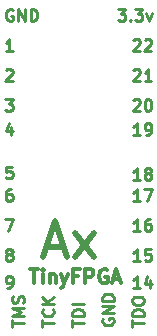
<source format=gto>
G04 #@! TF.FileFunction,Legend,Top*
%FSLAX46Y46*%
G04 Gerber Fmt 4.6, Leading zero omitted, Abs format (unit mm)*
G04 Created by KiCad (PCBNEW 4.0.7) date 11/16/17 22:13:53*
%MOMM*%
%LPD*%
G01*
G04 APERTURE LIST*
%ADD10C,0.100000*%
%ADD11C,0.500000*%
%ADD12C,0.300000*%
%ADD13C,0.250000*%
G04 APERTURE END LIST*
D10*
D11*
X86209429Y-138930000D02*
X87638000Y-138930000D01*
X85923714Y-139787143D02*
X86923714Y-136787143D01*
X87923714Y-139787143D01*
X88638000Y-139787143D02*
X90209429Y-137787143D01*
X88638000Y-137787143D02*
X90209429Y-139787143D01*
D12*
X84792858Y-140842857D02*
X85478572Y-140842857D01*
X85135715Y-142042857D02*
X85135715Y-140842857D01*
X85878572Y-142042857D02*
X85878572Y-141242857D01*
X85878572Y-140842857D02*
X85821429Y-140900000D01*
X85878572Y-140957143D01*
X85935715Y-140900000D01*
X85878572Y-140842857D01*
X85878572Y-140957143D01*
X86450001Y-141242857D02*
X86450001Y-142042857D01*
X86450001Y-141357143D02*
X86507144Y-141300000D01*
X86621430Y-141242857D01*
X86792858Y-141242857D01*
X86907144Y-141300000D01*
X86964287Y-141414286D01*
X86964287Y-142042857D01*
X87421430Y-141242857D02*
X87707144Y-142042857D01*
X87992858Y-141242857D02*
X87707144Y-142042857D01*
X87592858Y-142328571D01*
X87535715Y-142385714D01*
X87421430Y-142442857D01*
X88850001Y-141414286D02*
X88450001Y-141414286D01*
X88450001Y-142042857D02*
X88450001Y-140842857D01*
X89021430Y-140842857D01*
X89478572Y-142042857D02*
X89478572Y-140842857D01*
X89935715Y-140842857D01*
X90050001Y-140900000D01*
X90107144Y-140957143D01*
X90164287Y-141071429D01*
X90164287Y-141242857D01*
X90107144Y-141357143D01*
X90050001Y-141414286D01*
X89935715Y-141471429D01*
X89478572Y-141471429D01*
X91307144Y-140900000D02*
X91192858Y-140842857D01*
X91021429Y-140842857D01*
X90850001Y-140900000D01*
X90735715Y-141014286D01*
X90678572Y-141128571D01*
X90621429Y-141357143D01*
X90621429Y-141528571D01*
X90678572Y-141757143D01*
X90735715Y-141871429D01*
X90850001Y-141985714D01*
X91021429Y-142042857D01*
X91135715Y-142042857D01*
X91307144Y-141985714D01*
X91364287Y-141928571D01*
X91364287Y-141528571D01*
X91135715Y-141528571D01*
X91821429Y-141700000D02*
X92392858Y-141700000D01*
X91707144Y-142042857D02*
X92107144Y-140842857D01*
X92507144Y-142042857D01*
D13*
X93535714Y-121467619D02*
X93583333Y-121420000D01*
X93678571Y-121372381D01*
X93916667Y-121372381D01*
X94011905Y-121420000D01*
X94059524Y-121467619D01*
X94107143Y-121562857D01*
X94107143Y-121658095D01*
X94059524Y-121800952D01*
X93488095Y-122372381D01*
X94107143Y-122372381D01*
X94488095Y-121467619D02*
X94535714Y-121420000D01*
X94630952Y-121372381D01*
X94869048Y-121372381D01*
X94964286Y-121420000D01*
X95011905Y-121467619D01*
X95059524Y-121562857D01*
X95059524Y-121658095D01*
X95011905Y-121800952D01*
X94440476Y-122372381D01*
X95059524Y-122372381D01*
X93535714Y-124007619D02*
X93583333Y-123960000D01*
X93678571Y-123912381D01*
X93916667Y-123912381D01*
X94011905Y-123960000D01*
X94059524Y-124007619D01*
X94107143Y-124102857D01*
X94107143Y-124198095D01*
X94059524Y-124340952D01*
X93488095Y-124912381D01*
X94107143Y-124912381D01*
X95059524Y-124912381D02*
X94488095Y-124912381D01*
X94773809Y-124912381D02*
X94773809Y-123912381D01*
X94678571Y-124055238D01*
X94583333Y-124150476D01*
X94488095Y-124198095D01*
X93535714Y-126547619D02*
X93583333Y-126500000D01*
X93678571Y-126452381D01*
X93916667Y-126452381D01*
X94011905Y-126500000D01*
X94059524Y-126547619D01*
X94107143Y-126642857D01*
X94107143Y-126738095D01*
X94059524Y-126880952D01*
X93488095Y-127452381D01*
X94107143Y-127452381D01*
X94726190Y-126452381D02*
X94821429Y-126452381D01*
X94916667Y-126500000D01*
X94964286Y-126547619D01*
X95011905Y-126642857D01*
X95059524Y-126833333D01*
X95059524Y-127071429D01*
X95011905Y-127261905D01*
X94964286Y-127357143D01*
X94916667Y-127404762D01*
X94821429Y-127452381D01*
X94726190Y-127452381D01*
X94630952Y-127404762D01*
X94583333Y-127357143D01*
X94535714Y-127261905D01*
X94488095Y-127071429D01*
X94488095Y-126833333D01*
X94535714Y-126642857D01*
X94583333Y-126547619D01*
X94630952Y-126500000D01*
X94726190Y-126452381D01*
X94107143Y-129484381D02*
X93535714Y-129484381D01*
X93821428Y-129484381D02*
X93821428Y-128484381D01*
X93726190Y-128627238D01*
X93630952Y-128722476D01*
X93535714Y-128770095D01*
X94583333Y-129484381D02*
X94773809Y-129484381D01*
X94869048Y-129436762D01*
X94916667Y-129389143D01*
X95011905Y-129246286D01*
X95059524Y-129055810D01*
X95059524Y-128674857D01*
X95011905Y-128579619D01*
X94964286Y-128532000D01*
X94869048Y-128484381D01*
X94678571Y-128484381D01*
X94583333Y-128532000D01*
X94535714Y-128579619D01*
X94488095Y-128674857D01*
X94488095Y-128912952D01*
X94535714Y-129008190D01*
X94583333Y-129055810D01*
X94678571Y-129103429D01*
X94869048Y-129103429D01*
X94964286Y-129055810D01*
X95011905Y-129008190D01*
X95059524Y-128912952D01*
X94107143Y-133294381D02*
X93535714Y-133294381D01*
X93821428Y-133294381D02*
X93821428Y-132294381D01*
X93726190Y-132437238D01*
X93630952Y-132532476D01*
X93535714Y-132580095D01*
X94678571Y-132722952D02*
X94583333Y-132675333D01*
X94535714Y-132627714D01*
X94488095Y-132532476D01*
X94488095Y-132484857D01*
X94535714Y-132389619D01*
X94583333Y-132342000D01*
X94678571Y-132294381D01*
X94869048Y-132294381D01*
X94964286Y-132342000D01*
X95011905Y-132389619D01*
X95059524Y-132484857D01*
X95059524Y-132532476D01*
X95011905Y-132627714D01*
X94964286Y-132675333D01*
X94869048Y-132722952D01*
X94678571Y-132722952D01*
X94583333Y-132770571D01*
X94535714Y-132818190D01*
X94488095Y-132913429D01*
X94488095Y-133103905D01*
X94535714Y-133199143D01*
X94583333Y-133246762D01*
X94678571Y-133294381D01*
X94869048Y-133294381D01*
X94964286Y-133246762D01*
X95011905Y-133199143D01*
X95059524Y-133103905D01*
X95059524Y-132913429D01*
X95011905Y-132818190D01*
X94964286Y-132770571D01*
X94869048Y-132722952D01*
X94107143Y-135072381D02*
X93535714Y-135072381D01*
X93821428Y-135072381D02*
X93821428Y-134072381D01*
X93726190Y-134215238D01*
X93630952Y-134310476D01*
X93535714Y-134358095D01*
X94440476Y-134072381D02*
X95107143Y-134072381D01*
X94678571Y-135072381D01*
X94107143Y-137612381D02*
X93535714Y-137612381D01*
X93821428Y-137612381D02*
X93821428Y-136612381D01*
X93726190Y-136755238D01*
X93630952Y-136850476D01*
X93535714Y-136898095D01*
X94964286Y-136612381D02*
X94773809Y-136612381D01*
X94678571Y-136660000D01*
X94630952Y-136707619D01*
X94535714Y-136850476D01*
X94488095Y-137040952D01*
X94488095Y-137421905D01*
X94535714Y-137517143D01*
X94583333Y-137564762D01*
X94678571Y-137612381D01*
X94869048Y-137612381D01*
X94964286Y-137564762D01*
X95011905Y-137517143D01*
X95059524Y-137421905D01*
X95059524Y-137183810D01*
X95011905Y-137088571D01*
X94964286Y-137040952D01*
X94869048Y-136993333D01*
X94678571Y-136993333D01*
X94583333Y-137040952D01*
X94535714Y-137088571D01*
X94488095Y-137183810D01*
X94107143Y-140152381D02*
X93535714Y-140152381D01*
X93821428Y-140152381D02*
X93821428Y-139152381D01*
X93726190Y-139295238D01*
X93630952Y-139390476D01*
X93535714Y-139438095D01*
X95011905Y-139152381D02*
X94535714Y-139152381D01*
X94488095Y-139628571D01*
X94535714Y-139580952D01*
X94630952Y-139533333D01*
X94869048Y-139533333D01*
X94964286Y-139580952D01*
X95011905Y-139628571D01*
X95059524Y-139723810D01*
X95059524Y-139961905D01*
X95011905Y-140057143D01*
X94964286Y-140104762D01*
X94869048Y-140152381D01*
X94630952Y-140152381D01*
X94535714Y-140104762D01*
X94488095Y-140057143D01*
X94107143Y-142438381D02*
X93535714Y-142438381D01*
X93821428Y-142438381D02*
X93821428Y-141438381D01*
X93726190Y-141581238D01*
X93630952Y-141676476D01*
X93535714Y-141724095D01*
X94964286Y-141771714D02*
X94964286Y-142438381D01*
X94726190Y-141390762D02*
X94488095Y-142105048D01*
X95107143Y-142105048D01*
X92250000Y-118832381D02*
X92869048Y-118832381D01*
X92535714Y-119213333D01*
X92678572Y-119213333D01*
X92773810Y-119260952D01*
X92821429Y-119308571D01*
X92869048Y-119403810D01*
X92869048Y-119641905D01*
X92821429Y-119737143D01*
X92773810Y-119784762D01*
X92678572Y-119832381D01*
X92392857Y-119832381D01*
X92297619Y-119784762D01*
X92250000Y-119737143D01*
X93297619Y-119737143D02*
X93345238Y-119784762D01*
X93297619Y-119832381D01*
X93250000Y-119784762D01*
X93297619Y-119737143D01*
X93297619Y-119832381D01*
X93678571Y-118832381D02*
X94297619Y-118832381D01*
X93964285Y-119213333D01*
X94107143Y-119213333D01*
X94202381Y-119260952D01*
X94250000Y-119308571D01*
X94297619Y-119403810D01*
X94297619Y-119641905D01*
X94250000Y-119737143D01*
X94202381Y-119784762D01*
X94107143Y-119832381D01*
X93821428Y-119832381D01*
X93726190Y-119784762D01*
X93678571Y-119737143D01*
X94630952Y-119165714D02*
X94869047Y-119832381D01*
X95107143Y-119165714D01*
X93432381Y-145700762D02*
X93432381Y-145129333D01*
X94432381Y-145415048D02*
X93432381Y-145415048D01*
X94432381Y-144796000D02*
X93432381Y-144796000D01*
X93432381Y-144557905D01*
X93480000Y-144415047D01*
X93575238Y-144319809D01*
X93670476Y-144272190D01*
X93860952Y-144224571D01*
X94003810Y-144224571D01*
X94194286Y-144272190D01*
X94289524Y-144319809D01*
X94384762Y-144415047D01*
X94432381Y-144557905D01*
X94432381Y-144796000D01*
X93432381Y-143605524D02*
X93432381Y-143415047D01*
X93480000Y-143319809D01*
X93575238Y-143224571D01*
X93765714Y-143176952D01*
X94099048Y-143176952D01*
X94289524Y-143224571D01*
X94384762Y-143319809D01*
X94432381Y-143415047D01*
X94432381Y-143605524D01*
X94384762Y-143700762D01*
X94289524Y-143796000D01*
X94099048Y-143843619D01*
X93765714Y-143843619D01*
X93575238Y-143796000D01*
X93480000Y-143700762D01*
X93432381Y-143605524D01*
X90940000Y-145034095D02*
X90892381Y-145129333D01*
X90892381Y-145272190D01*
X90940000Y-145415048D01*
X91035238Y-145510286D01*
X91130476Y-145557905D01*
X91320952Y-145605524D01*
X91463810Y-145605524D01*
X91654286Y-145557905D01*
X91749524Y-145510286D01*
X91844762Y-145415048D01*
X91892381Y-145272190D01*
X91892381Y-145176952D01*
X91844762Y-145034095D01*
X91797143Y-144986476D01*
X91463810Y-144986476D01*
X91463810Y-145176952D01*
X91892381Y-144557905D02*
X90892381Y-144557905D01*
X91892381Y-143986476D01*
X90892381Y-143986476D01*
X91892381Y-143510286D02*
X90892381Y-143510286D01*
X90892381Y-143272191D01*
X90940000Y-143129333D01*
X91035238Y-143034095D01*
X91130476Y-142986476D01*
X91320952Y-142938857D01*
X91463810Y-142938857D01*
X91654286Y-142986476D01*
X91749524Y-143034095D01*
X91844762Y-143129333D01*
X91892381Y-143272191D01*
X91892381Y-143510286D01*
X88352381Y-145700762D02*
X88352381Y-145129333D01*
X89352381Y-145415048D02*
X88352381Y-145415048D01*
X89352381Y-144796000D02*
X88352381Y-144796000D01*
X88352381Y-144557905D01*
X88400000Y-144415047D01*
X88495238Y-144319809D01*
X88590476Y-144272190D01*
X88780952Y-144224571D01*
X88923810Y-144224571D01*
X89114286Y-144272190D01*
X89209524Y-144319809D01*
X89304762Y-144415047D01*
X89352381Y-144557905D01*
X89352381Y-144796000D01*
X89352381Y-143796000D02*
X88352381Y-143796000D01*
X85812381Y-145700762D02*
X85812381Y-145129333D01*
X86812381Y-145415048D02*
X85812381Y-145415048D01*
X86717143Y-144224571D02*
X86764762Y-144272190D01*
X86812381Y-144415047D01*
X86812381Y-144510285D01*
X86764762Y-144653143D01*
X86669524Y-144748381D01*
X86574286Y-144796000D01*
X86383810Y-144843619D01*
X86240952Y-144843619D01*
X86050476Y-144796000D01*
X85955238Y-144748381D01*
X85860000Y-144653143D01*
X85812381Y-144510285D01*
X85812381Y-144415047D01*
X85860000Y-144272190D01*
X85907619Y-144224571D01*
X86812381Y-143796000D02*
X85812381Y-143796000D01*
X86812381Y-143224571D02*
X86240952Y-143653143D01*
X85812381Y-143224571D02*
X86383810Y-143796000D01*
X83272381Y-145700762D02*
X83272381Y-145129333D01*
X84272381Y-145415048D02*
X83272381Y-145415048D01*
X84272381Y-144796000D02*
X83272381Y-144796000D01*
X83986667Y-144462666D01*
X83272381Y-144129333D01*
X84272381Y-144129333D01*
X84224762Y-143700762D02*
X84272381Y-143557905D01*
X84272381Y-143319809D01*
X84224762Y-143224571D01*
X84177143Y-143176952D01*
X84081905Y-143129333D01*
X83986667Y-143129333D01*
X83891429Y-143176952D01*
X83843810Y-143224571D01*
X83796190Y-143319809D01*
X83748571Y-143510286D01*
X83700952Y-143605524D01*
X83653333Y-143653143D01*
X83558095Y-143700762D01*
X83462857Y-143700762D01*
X83367619Y-143653143D01*
X83320000Y-143605524D01*
X83272381Y-143510286D01*
X83272381Y-143272190D01*
X83320000Y-143129333D01*
X82835714Y-142438381D02*
X83026190Y-142438381D01*
X83121429Y-142390762D01*
X83169048Y-142343143D01*
X83264286Y-142200286D01*
X83311905Y-142009810D01*
X83311905Y-141628857D01*
X83264286Y-141533619D01*
X83216667Y-141486000D01*
X83121429Y-141438381D01*
X82930952Y-141438381D01*
X82835714Y-141486000D01*
X82788095Y-141533619D01*
X82740476Y-141628857D01*
X82740476Y-141866952D01*
X82788095Y-141962190D01*
X82835714Y-142009810D01*
X82930952Y-142057429D01*
X83121429Y-142057429D01*
X83216667Y-142009810D01*
X83264286Y-141962190D01*
X83311905Y-141866952D01*
X82930952Y-139580952D02*
X82835714Y-139533333D01*
X82788095Y-139485714D01*
X82740476Y-139390476D01*
X82740476Y-139342857D01*
X82788095Y-139247619D01*
X82835714Y-139200000D01*
X82930952Y-139152381D01*
X83121429Y-139152381D01*
X83216667Y-139200000D01*
X83264286Y-139247619D01*
X83311905Y-139342857D01*
X83311905Y-139390476D01*
X83264286Y-139485714D01*
X83216667Y-139533333D01*
X83121429Y-139580952D01*
X82930952Y-139580952D01*
X82835714Y-139628571D01*
X82788095Y-139676190D01*
X82740476Y-139771429D01*
X82740476Y-139961905D01*
X82788095Y-140057143D01*
X82835714Y-140104762D01*
X82930952Y-140152381D01*
X83121429Y-140152381D01*
X83216667Y-140104762D01*
X83264286Y-140057143D01*
X83311905Y-139961905D01*
X83311905Y-139771429D01*
X83264286Y-139676190D01*
X83216667Y-139628571D01*
X83121429Y-139580952D01*
X82692857Y-136612381D02*
X83359524Y-136612381D01*
X82930952Y-137612381D01*
X83216667Y-134072381D02*
X83026190Y-134072381D01*
X82930952Y-134120000D01*
X82883333Y-134167619D01*
X82788095Y-134310476D01*
X82740476Y-134500952D01*
X82740476Y-134881905D01*
X82788095Y-134977143D01*
X82835714Y-135024762D01*
X82930952Y-135072381D01*
X83121429Y-135072381D01*
X83216667Y-135024762D01*
X83264286Y-134977143D01*
X83311905Y-134881905D01*
X83311905Y-134643810D01*
X83264286Y-134548571D01*
X83216667Y-134500952D01*
X83121429Y-134453333D01*
X82930952Y-134453333D01*
X82835714Y-134500952D01*
X82788095Y-134548571D01*
X82740476Y-134643810D01*
X83264286Y-132167381D02*
X82788095Y-132167381D01*
X82740476Y-132643571D01*
X82788095Y-132595952D01*
X82883333Y-132548333D01*
X83121429Y-132548333D01*
X83216667Y-132595952D01*
X83264286Y-132643571D01*
X83311905Y-132738810D01*
X83311905Y-132976905D01*
X83264286Y-133072143D01*
X83216667Y-133119762D01*
X83121429Y-133167381D01*
X82883333Y-133167381D01*
X82788095Y-133119762D01*
X82740476Y-133072143D01*
X83216667Y-128817714D02*
X83216667Y-129484381D01*
X82978571Y-128436762D02*
X82740476Y-129151048D01*
X83359524Y-129151048D01*
X82692857Y-126452381D02*
X83311905Y-126452381D01*
X82978571Y-126833333D01*
X83121429Y-126833333D01*
X83216667Y-126880952D01*
X83264286Y-126928571D01*
X83311905Y-127023810D01*
X83311905Y-127261905D01*
X83264286Y-127357143D01*
X83216667Y-127404762D01*
X83121429Y-127452381D01*
X82835714Y-127452381D01*
X82740476Y-127404762D01*
X82692857Y-127357143D01*
X82740476Y-124007619D02*
X82788095Y-123960000D01*
X82883333Y-123912381D01*
X83121429Y-123912381D01*
X83216667Y-123960000D01*
X83264286Y-124007619D01*
X83311905Y-124102857D01*
X83311905Y-124198095D01*
X83264286Y-124340952D01*
X82692857Y-124912381D01*
X83311905Y-124912381D01*
X83311905Y-122372381D02*
X82740476Y-122372381D01*
X83026190Y-122372381D02*
X83026190Y-121372381D01*
X82930952Y-121515238D01*
X82835714Y-121610476D01*
X82740476Y-121658095D01*
X83311905Y-118880000D02*
X83216667Y-118832381D01*
X83073810Y-118832381D01*
X82930952Y-118880000D01*
X82835714Y-118975238D01*
X82788095Y-119070476D01*
X82740476Y-119260952D01*
X82740476Y-119403810D01*
X82788095Y-119594286D01*
X82835714Y-119689524D01*
X82930952Y-119784762D01*
X83073810Y-119832381D01*
X83169048Y-119832381D01*
X83311905Y-119784762D01*
X83359524Y-119737143D01*
X83359524Y-119403810D01*
X83169048Y-119403810D01*
X83788095Y-119832381D02*
X83788095Y-118832381D01*
X84359524Y-119832381D01*
X84359524Y-118832381D01*
X84835714Y-119832381D02*
X84835714Y-118832381D01*
X85073809Y-118832381D01*
X85216667Y-118880000D01*
X85311905Y-118975238D01*
X85359524Y-119070476D01*
X85407143Y-119260952D01*
X85407143Y-119403810D01*
X85359524Y-119594286D01*
X85311905Y-119689524D01*
X85216667Y-119784762D01*
X85073809Y-119832381D01*
X84835714Y-119832381D01*
M02*

</source>
